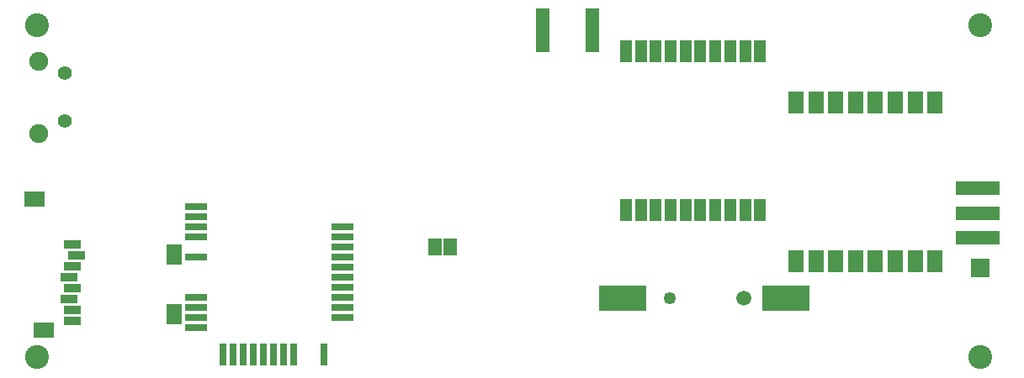
<source format=gbr>
G04 #@! TF.FileFunction,Soldermask,Bot*
%FSLAX46Y46*%
G04 Gerber Fmt 4.6, Leading zero omitted, Abs format (unit mm)*
G04 Created by KiCad (PCBNEW 4.0.7-e2-6376~58~ubuntu16.04.1) date Mon Jun 18 12:46:04 2018*
%MOMM*%
%LPD*%
G01*
G04 APERTURE LIST*
%ADD10C,0.100000*%
%ADD11C,2.403200*%
%ADD12R,1.203960X2.202180*%
%ADD13R,1.701800X0.901700*%
%ADD14R,1.602740X2.001520*%
%ADD15R,2.103120X1.602740*%
%ADD16R,1.473200X4.403200*%
%ADD17R,0.800000X2.300000*%
%ADD18R,2.300000X0.800000*%
%ADD19R,4.703200X2.503200*%
%ADD20C,1.253200*%
%ADD21C,1.503200*%
%ADD22R,4.403200X1.473200*%
%ADD23R,1.903200X1.903200*%
%ADD24R,1.503200X2.203200*%
%ADD25C,1.403200*%
%ADD26C,1.903200*%
%ADD27R,1.371600X1.803400*%
G04 APERTURE END LIST*
D10*
D11*
X47107200Y-18026600D03*
D12*
X24925020Y-3175000D03*
X23426420Y-3175000D03*
X21925280Y-3175000D03*
X20426680Y-3175000D03*
X18925540Y-3175000D03*
X17426940Y-3175000D03*
X15925800Y-3175000D03*
X14427200Y-3175000D03*
X12926060Y-3175000D03*
X11427460Y-3175000D03*
X11427460Y12827000D03*
X12926060Y12827000D03*
X14427200Y12827000D03*
X15925800Y12827000D03*
X17426940Y12827000D03*
X18925540Y12827000D03*
X20426680Y12827000D03*
X21925280Y12827000D03*
X23426420Y12827000D03*
X24925020Y12827000D03*
D13*
X-44246800Y-6690360D03*
X-43848020Y-7790180D03*
X-44246800Y-8890000D03*
X-44648120Y-9989820D03*
X-44246800Y-11089640D03*
X-44648120Y-12192000D03*
X-44246800Y-13291820D03*
X-44246800Y-14391640D03*
D14*
X-34048700Y-13690600D03*
X-34048700Y-7691120D03*
D15*
X-47147480Y-15290800D03*
X-48049180Y-2090420D03*
D16*
X3037200Y14884400D03*
X8037200Y14884400D03*
D11*
X-47839740Y-18027140D03*
X47107820Y15420720D03*
X-47839440Y15420880D03*
D17*
X-22020530Y-17729200D03*
X-23036530Y-17729200D03*
X-24052531Y-17729200D03*
X-25068531Y-17729200D03*
X-26084530Y-17729200D03*
X-27100530Y-17729200D03*
X-28116530Y-17729200D03*
X-29132530Y-17729200D03*
X-18972530Y-17729200D03*
D18*
X-31802930Y-12009750D03*
X-31802930Y-13025750D03*
X-31802930Y-14041750D03*
X-31802930Y-15057750D03*
X-31802930Y-7945750D03*
X-31802930Y-5913747D03*
X-31802930Y-4897750D03*
X-31802930Y-3881750D03*
X-31802930Y-2865750D03*
X-17072660Y-14049970D03*
X-17072660Y-13033970D03*
X-17072660Y-12017970D03*
X-17072660Y-11001970D03*
X-17072660Y-9985970D03*
X-17072660Y-8969970D03*
X-17072660Y-7953970D03*
X-17072660Y-6937966D03*
X-17072660Y-5921966D03*
X-17072660Y-4905970D03*
D19*
X27516800Y-12090400D03*
X11116800Y-12090400D03*
D20*
X15816800Y-12090400D03*
D21*
X23266800Y-12090400D03*
D22*
X46831000Y-3530600D03*
X46831000Y-1030600D03*
X46831000Y-6030600D03*
D23*
X47040800Y-9067800D03*
D24*
X28534600Y7657100D03*
X30534600Y7657100D03*
X32534600Y7657100D03*
X34534600Y7657100D03*
X36534600Y7657100D03*
X38534600Y7657100D03*
X40534600Y7657100D03*
X42534600Y7657100D03*
X42534600Y-8342900D03*
X40534600Y-8342900D03*
X38534600Y-8342900D03*
X36534600Y-8342900D03*
X34534600Y-8342900D03*
X32534600Y-8342900D03*
X30534600Y-8342900D03*
X28534600Y-8342900D03*
D25*
X-44999800Y10590600D03*
X-44999800Y5740600D03*
D26*
X-47649800Y11790600D03*
X-47649800Y4540600D03*
D27*
X-7747000Y-6921500D03*
X-6223000Y-6921500D03*
M02*

</source>
